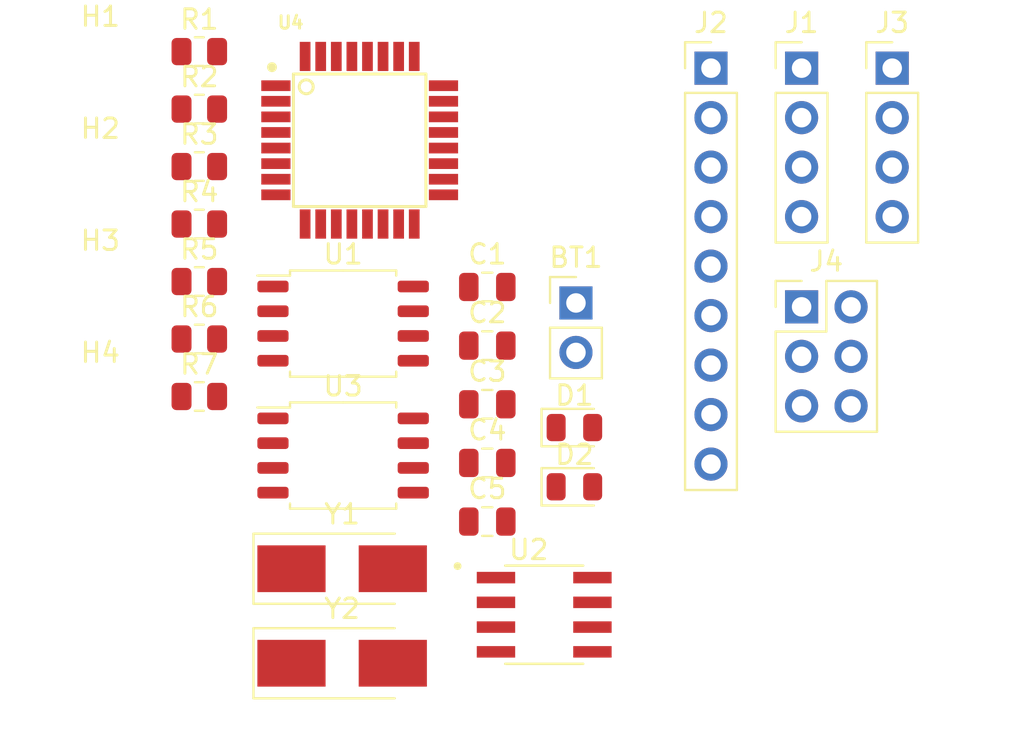
<source format=kicad_pcb>
(kicad_pcb (version 20221018) (generator pcbnew)
  (layers (0 "F.Cu" signal) (31 "B.Cu" signal) (34 "B.Paste" user) (35 "F.Paste" user) (36 "B.SilkS" user "B.Silkscreen") (37 "F.SilkS" user "F.Silkscreen") (38 "B.Mask" user) (39 "F.Mask" user) (44 "Edge.Cuts" user))
  (property "project_name" "MCU Datalogger with memory and clock")
  (net 0 "")
  (net 1 "/Vcc")
  (net 2 "GND")
  (net 3 "Net-(U4-PB6)")
  (net 4 "Net-(U4-PB7)")
  (net 5 "Net-(U4-AREF)")
  (net 6 "Net-(D1-K)")
  (net 7 "/SCK")
  (net 8 "Net-(D2-K)")
  (net 9 "/SDA")
  (net 10 "/D2")
  (net 11 "/D3")
  (net 12 "/D4")
  (net 13 "/D5")
  (net 14 "/D6")
  (net 15 "/D7")
  (net 16 "/D8")
  (net 17 "/RX")
  (net 18 "/TX")
  (net 19 "/MISO")
  (net 20 "/MOSI")
  (net 21 "/RESET")
  (net 22 "Net-(U2-~INTA)")
  (net 23 "Net-(U2-SQW{slash}~INT)")
  (net 24 "Net-(U2-X1)")
  (net 25 "Net-(U2-X2)")
  (footprint "Footprints:SOIC127P600X175-8N" (layer "F.Cu") (at 151.89 122.48)
    (fp_text reference "U2" (at -0.795 -3.332) (layer "F.SilkS"))
    (fp_text value "DS1337S+")
    (fp_line (start -2 -2.52) (end 2 -2.52) (stroke (width 0.127)) (layer "F.SilkS"))
    (fp_line (start -2 2.52) (end 2 2.52) (stroke (width 0.127)) (layer "F.SilkS"))
    (fp_circle (center -4.445 -2.495) (end -4.345 -2.495) (stroke (width 0.2)) (fill none) (layer "F.SilkS"))
    (pad "1" smd rect (at -2.475 -1.905) (size 1.97 0.59) (layers "F.Cu" "F.Paste" "F.Mask") (net 24 "Net-(U2-X1)"))
    (pad "2" smd rect (at -2.475 -0.635) (size 1.97 0.59) (layers "F.Cu" "F.Paste" "F.Mask") (net 25 "Net-(U2-X2)"))
    (pad "3" smd rect (at -2.475 0.635) (size 1.97 0.59) (layers "F.Cu" "F.Paste" "F.Mask") (net 22 "Net-(U2-~INTA)"))
    (pad "4" smd rect (at -2.475 1.905) (size 1.97 0.59) (layers "F.Cu" "F.Paste" "F.Mask") (net 2 "GND"))
    (pad "5" smd rect (at 2.475 1.905) (size 1.97 0.59) (layers "F.Cu" "F.Paste" "F.Mask") (net 9 "/SDA"))
    (pad "6" smd rect (at 2.475 0.635) (size 1.97 0.59) (layers "F.Cu" "F.Paste" "F.Mask") (net 7 "/SCK"))
    (pad "7" smd rect (at 2.475 -0.635) (size 1.97 0.59) (layers "F.Cu" "F.Paste" "F.Mask") (net 23 "Net-(U2-SQW{slash}~INT)"))
    (pad "8" smd rect (at 2.475 -1.905) (size 1.97 0.59) (layers "F.Cu" "F.Paste" "F.Mask") (net 1 "/Vcc"))
  )
  (footprint "Resistor_SMD:R_0805_2012Metric" (layer "F.Cu") (at 134.19 102.43)
    (fp_text reference "R4" (at 0 -1.65) (layer "F.SilkS"))
    (fp_text value "4.7K")
    (fp_line (start -0.227064 -0.735) (end 0.227064 -0.735) (stroke (width 0.12)) (layer "F.SilkS"))
    (fp_line (start -0.227064 0.735) (end 0.227064 0.735) (stroke (width 0.12)) (layer "F.SilkS"))
    (pad "1" smd roundrect (at -0.9125 0) (size 1.025 1.4) (layers "F.Cu" "F.Paste" "F.Mask") (roundrect_rratio 0.243902) (net 1 "/Vcc"))
    (pad "2" smd roundrect (at 0.9125 0) (size 1.025 1.4) (layers "F.Cu" "F.Paste" "F.Mask") (roundrect_rratio 0.243902) (net 9 "/SDA"))
  )
  (footprint "Resistor_SMD:R_0805_2012Metric" (layer "F.Cu") (at 134.19 93.58)
    (fp_text reference "R1" (at 0 -1.65) (layer "F.SilkS"))
    (fp_text value "10K")
    (fp_line (start -0.227064 -0.735) (end 0.227064 -0.735) (stroke (width 0.12)) (layer "F.SilkS"))
    (fp_line (start -0.227064 0.735) (end 0.227064 0.735) (stroke (width 0.12)) (layer "F.SilkS"))
    (pad "1" smd roundrect (at -0.9125 0) (size 1.025 1.4) (layers "F.Cu" "F.Paste" "F.Mask") (roundrect_rratio 0.243902) (net 1 "/Vcc"))
    (pad "2" smd roundrect (at 0.9125 0) (size 1.025 1.4) (layers "F.Cu" "F.Paste" "F.Mask") (roundrect_rratio 0.243902) (net 22 "Net-(U2-~INTA)"))
  )
  (footprint "Capacitor_SMD:C_0805_2012Metric" (layer "F.Cu") (at 148.97 108.67)
    (fp_text reference "C2" (at 0 -1.68) (layer "F.SilkS"))
    (fp_text value "22pF")
    (fp_line (start -0.261252 -0.735) (end 0.261252 -0.735) (stroke (width 0.12)) (layer "F.SilkS"))
    (fp_line (start -0.261252 0.735) (end 0.261252 0.735) (stroke (width 0.12)) (layer "F.SilkS"))
    (pad "1" smd roundrect (at -0.95 0) (size 1 1.45) (layers "F.Cu" "F.Paste" "F.Mask") (net 2 "GND"))
    (pad "2" smd roundrect (at 0.95 0) (size 1 1.45) (layers "F.Cu" "F.Paste" "F.Mask") (net 3 "Net-(U4-PB6)"))
  )
  (footprint "Capacitor_SMD:C_0805_2012Metric" (layer "F.Cu") (at 148.97 105.66)
    (fp_text reference "C1" (at 0 -1.68) (layer "F.SilkS"))
    (fp_text value "0.1uF")
    (fp_line (start -0.261252 -0.735) (end 0.261252 -0.735) (stroke (width 0.12)) (layer "F.SilkS"))
    (fp_line (start -0.261252 0.735) (end 0.261252 0.735) (stroke (width 0.12)) (layer "F.SilkS"))
    (pad "1" smd roundrect (at -0.95 0) (size 1 1.45) (layers "F.Cu" "F.Paste" "F.Mask") (net 1 "/Vcc"))
    (pad "2" smd roundrect (at 0.95 0) (size 1 1.45) (layers "F.Cu" "F.Paste" "F.Mask") (net 2 "GND"))
  )
  (footprint "Crystal:Crystal_SMD_5032-2Pin_5.0x3.2mm_HandSoldering" (layer "F.Cu") (at 141.52 124.97)
    (fp_text reference "Y2" (at 0 -2.8) (layer "F.SilkS"))
    (fp_text value "16 MHz")
    (fp_line (start -4.55 -1.8) (end -4.55 1.8) (stroke (width 0.12)) (layer "F.SilkS"))
    (fp_line (start -4.55 1.8) (end 2.7 1.8) (stroke (width 0.12)) (layer "F.SilkS"))
    (fp_line (start 2.7 -1.8) (end -4.55 -1.8) (stroke (width 0.12)) (layer "F.SilkS"))
    (pad "1" smd rect (at -2.6 0) (size 3.5 2.4) (layers "F.Cu" "F.Paste" "F.Mask") (net 4 "Net-(U4-PB7)"))
    (pad "2" smd rect (at 2.6 0) (size 3.5 2.4) (layers "F.Cu" "F.Paste" "F.Mask") (net 3 "Net-(U4-PB6)"))
  )
  (footprint "Capacitor_SMD:C_0805_2012Metric" (layer "F.Cu") (at 148.97 114.69)
    (fp_text reference "C4" (at 0 -1.68) (layer "F.SilkS"))
    (fp_text value "0.1uF")
    (fp_line (start -0.261252 -0.735) (end 0.261252 -0.735) (stroke (width 0.12)) (layer "F.SilkS"))
    (fp_line (start -0.261252 0.735) (end 0.261252 0.735) (stroke (width 0.12)) (layer "F.SilkS"))
    (pad "1" smd roundrect (at -0.95 0) (size 1 1.45) (layers "F.Cu" "F.Paste" "F.Mask") (net 2 "GND"))
    (pad "2" smd roundrect (at 0.95 0) (size 1 1.45) (layers "F.Cu" "F.Paste" "F.Mask") (net 5 "Net-(U4-AREF)"))
  )
  (footprint "MountingHole:MountingHole_2.1mm" (layer "F.Cu") (at 129.11 106.48)
    (fp_text reference "H3" (at 0 -3.2) (layer "F.SilkS"))
    (fp_text value "MountingHole")
    (pad "" np_thru_hole circle (at 0 0) (size 2.1 2.1) (drill 2.1) (layers "*.Cu" "*.Mask"))
  )
  (footprint "LED_SMD:LED_0805_2012Metric" (layer "F.Cu") (at 153.44 115.915)
    (fp_text reference "D2" (at 0 -1.65) (layer "F.SilkS"))
    (fp_text value "LED")
    (fp_line (start -1.685 -0.96) (end -1.685 0.96) (stroke (width 0.12)) (layer "F.SilkS"))
    (fp_line (start -1.685 0.96) (end 1 0.96) (stroke (width 0.12)) (layer "F.SilkS"))
    (fp_line (start 1 -0.96) (end -1.685 -0.96) (stroke (width 0.12)) (layer "F.SilkS"))
    (pad "1" smd roundrect (at -0.9375 0) (size 0.975 1.4) (layers "F.Cu" "F.Paste" "F.Mask") (net 8 "Net-(D2-K)"))
    (pad "2" smd roundrect (at 0.9375 0) (size 0.975 1.4) (layers "F.Cu" "F.Paste" "F.Mask") (net 1 "/Vcc"))
  )
  (footprint "Capacitor_SMD:C_0805_2012Metric" (layer "F.Cu") (at 148.97 117.7)
    (fp_text reference "C5" (at 0 -1.68) (layer "F.SilkS"))
    (fp_text value "100nF")
    (fp_line (start -0.261252 -0.735) (end 0.261252 -0.735) (stroke (width 0.12)) (layer "F.SilkS"))
    (fp_line (start -0.261252 0.735) (end 0.261252 0.735) (stroke (width 0.12)) (layer "F.SilkS"))
    (pad "1" smd roundrect (at -0.95 0) (size 1 1.45) (layers "F.Cu" "F.Paste" "F.Mask") (net 1 "/Vcc"))
    (pad "2" smd roundrect (at 0.95 0) (size 1 1.45) (layers "F.Cu" "F.Paste" "F.Mask") (net 2 "GND"))
  )
  (footprint "Resistor_SMD:R_0805_2012Metric" (layer "F.Cu") (at 134.19 108.33)
    (fp_text reference "R6" (at 0 -1.65) (layer "F.SilkS"))
    (fp_text value "10K")
    (fp_line (start -0.227064 -0.735) (end 0.227064 -0.735) (stroke (width 0.12)) (layer "F.SilkS"))
    (fp_line (start -0.227064 0.735) (end 0.227064 0.735) (stroke (width 0.12)) (layer "F.SilkS"))
    (pad "1" smd roundrect (at -0.9125 0) (size 1.025 1.4) (layers "F.Cu" "F.Paste" "F.Mask") (roundrect_rratio 0.243902) (net 1 "/Vcc"))
    (pad "2" smd roundrect (at 0.9125 0) (size 1.025 1.4) (layers "F.Cu" "F.Paste" "F.Mask") (roundrect_rratio 0.243902) (net 21 "/RESET"))
  )
  (footprint "Resistor_SMD:R_0805_2012Metric" (layer "F.Cu") (at 134.19 99.48)
    (fp_text reference "R3" (at 0 -1.65) (layer "F.SilkS"))
    (fp_text value "4.7K")
    (fp_line (start -0.227064 -0.735) (end 0.227064 -0.735) (stroke (width 0.12)) (layer "F.SilkS"))
    (fp_line (start -0.227064 0.735) (end 0.227064 0.735) (stroke (width 0.12)) (layer "F.SilkS"))
    (pad "1" smd roundrect (at -0.9125 0) (size 1.025 1.4) (layers "F.Cu" "F.Paste" "F.Mask") (roundrect_rratio 0.243902) (net 1 "/Vcc"))
    (pad "2" smd roundrect (at 0.9125 0) (size 1.025 1.4) (layers "F.Cu" "F.Paste" "F.Mask") (roundrect_rratio 0.243902) (net 7 "/SCK"))
  )
  (footprint "Resistor_SMD:R_0805_2012Metric" (layer "F.Cu") (at 134.19 105.38)
    (fp_text reference "R5" (at 0 -1.65) (layer "F.SilkS"))
    (fp_text value "330")
    (fp_line (start -0.227064 -0.735) (end 0.227064 -0.735) (stroke (width 0.12)) (layer "F.SilkS"))
    (fp_line (start -0.227064 0.735) (end 0.227064 0.735) (stroke (width 0.12)) (layer "F.SilkS"))
    (pad "1" smd roundrect (at -0.9125 0) (size 1.025 1.4) (layers "F.Cu" "F.Paste" "F.Mask") (roundrect_rratio 0.243902) (net 2 "GND"))
    (pad "2" smd roundrect (at 0.9125 0) (size 1.025 1.4) (layers "F.Cu" "F.Paste" "F.Mask") (roundrect_rratio 0.243902) (net 6 "Net-(D1-K)"))
  )
  (footprint "MountingHole:MountingHole_2.1mm" (layer "F.Cu") (at 129.11 100.73)
    (fp_text reference "H2" (at 0 -3.2) (layer "F.SilkS"))
    (fp_text value "MountingHole")
    (pad "" np_thru_hole circle (at 0 0) (size 2.1 2.1) (drill 2.1) (layers "*.Cu" "*.Mask"))
  )
  (footprint "Connector_PinHeader_2.54mm:PinHeader_1x02_P2.54mm_Vertical" (layer "F.Cu") (at 153.52 106.48)
    (fp_text reference "BT1" (at 0 -2.33) (layer "F.SilkS"))
    (fp_text value "Battery")
    (fp_line (start -1.33 -1.33) (end 0 -1.33) (stroke (width 0.12)) (layer "F.SilkS"))
    (fp_line (start -1.33 0) (end -1.33 -1.33) (stroke (width 0.12)) (layer "F.SilkS"))
    (fp_line (start -1.33 1.27) (end -1.33 3.87) (stroke (width 0.12)) (layer "F.SilkS"))
    (fp_line (start -1.33 1.27) (end 1.33 1.27) (stroke (width 0.12)) (layer "F.SilkS"))
    (fp_line (start -1.33 3.87) (end 1.33 3.87) (stroke (width 0.12)) (layer "F.SilkS"))
    (fp_line (start 1.33 1.27) (end 1.33 3.87) (stroke (width 0.12)) (layer "F.SilkS"))
    (pad "1" thru_hole rect (at 0 0) (size 1.7 1.7) (drill 1) (layers "*.Cu" "*.Mask") (net 1 "/Vcc"))
    (pad "2" thru_hole oval (at 0 2.54) (size 1.7 1.7) (drill 1) (layers "*.Cu" "*.Mask") (net 2 "GND"))
  )
  (footprint "Crystal:Crystal_SMD_5032-2Pin_5.0x3.2mm_HandSoldering" (layer "F.Cu") (at 141.52 120.12)
    (fp_text reference "Y1" (at 0 -2.8) (layer "F.SilkS"))
    (fp_text value "32.768 KHz")
    (fp_line (start -4.55 -1.8) (end -4.55 1.8) (stroke (width 0.12)) (layer "F.SilkS"))
    (fp_line (start -4.55 1.8) (end 2.7 1.8) (stroke (width 0.12)) (layer "F.SilkS"))
    (fp_line (start 2.7 -1.8) (end -4.55 -1.8) (stroke (width 0.12)) (layer "F.SilkS"))
    (pad "1" smd rect (at -2.6 0) (size 3.5 2.4) (layers "F.Cu" "F.Paste" "F.Mask") (net 25 "Net-(U2-X2)"))
    (pad "2" smd rect (at 2.6 0) (size 3.5 2.4) (layers "F.Cu" "F.Paste" "F.Mask") (net 24 "Net-(U2-X1)"))
  )
  (footprint "Connector_PinHeader_2.54mm:PinHeader_1x09_P2.54mm_Vertical" (layer "F.Cu") (at 160.45 94.43)
    (fp_text reference "J2" (at 0 -2.33) (layer "F.SilkS"))
    (fp_text value "Conn_01x09_Male")
    (fp_line (start -1.33 -1.33) (end 0 -1.33) (stroke (width 0.12)) (layer "F.SilkS"))
    (fp_line (start -1.33 0) (end -1.33 -1.33) (stroke (width 0.12)) (layer "F.SilkS"))
    (fp_line (start -1.33 1.27) (end -1.33 21.65) (stroke (width 0.12)) (layer "F.SilkS"))
    (fp_line (start -1.33 1.27) (end 1.33 1.27) (stroke (width 0.12)) (layer "F.SilkS"))
    (fp_line (start -1.33 21.65) (end 1.33 21.65) (stroke (width 0.12)) (layer "F.SilkS"))
    (fp_line (start 1.33 1.27) (end 1.33 21.65) (stroke (width 0.12)) (layer "F.SilkS"))
    (pad "1" thru_hole rect (at 0 0) (size 1.7 1.7) (drill 1) (layers "*.Cu" "*.Mask") (net 10 "/D2"))
    (pad "2" thru_hole oval (at 0 2.54) (size 1.7 1.7) (drill 1) (layers "*.Cu" "*.Mask") (net 11 "/D3"))
    (pad "3" thru_hole oval (at 0 5.08) (size 1.7 1.7) (drill 1) (layers "*.Cu" "*.Mask") (net 12 "/D4"))
    (pad "4" thru_hole oval (at 0 7.62) (size 1.7 1.7) (drill 1) (layers "*.Cu" "*.Mask") (net 13 "/D5"))
    (pad "5" thru_hole oval (at 0 10.16) (size 1.7 1.7) (drill 1) (layers "*.Cu" "*.Mask") (net 14 "/D6"))
    (pad "6" thru_hole oval (at 0 12.7) (size 1.7 1.7) (drill 1) (layers "*.Cu" "*.Mask") (net 15 "/D7"))
    (pad "7" thru_hole oval (at 0 15.24) (size 1.7 1.7) (drill 1) (layers "*.Cu" "*.Mask") (net 16 "/D8"))
    (pad "8" thru_hole oval (at 0 17.78) (size 1.7 1.7) (drill 1) (layers "*.Cu" "*.Mask") (net 2 "GND"))
    (pad "9" thru_hole oval (at 0 20.32) (size 1.7 1.7) (drill 1) (layers "*.Cu" "*.Mask") (net 1 "/Vcc"))
  )
  (footprint "LED_SMD:LED_0805_2012Metric" (layer "F.Cu") (at 153.44 112.875)
    (fp_text reference "D1" (at 0 -1.65) (layer "F.SilkS"))
    (fp_text value "LED")
    (fp_line (start -1.685 -0.96) (end -1.685 0.96) (stroke (width 0.12)) (layer "F.SilkS"))
    (fp_line (start -1.685 0.96) (end 1 0.96) (stroke (width 0.12)) (layer "F.SilkS"))
    (fp_line (start 1 -0.96) (end -1.685 -0.96) (stroke (width 0.12)) (layer "F.SilkS"))
    (pad "1" smd roundrect (at -0.9375 0) (size 0.975 1.4) (layers "F.Cu" "F.Paste" "F.Mask") (net 6 "Net-(D1-K)"))
    (pad "2" smd roundrect (at 0.9375 0) (size 0.975 1.4) (layers "F.Cu" "F.Paste" "F.Mask") (net 7 "/SCK"))
  )
  (footprint "Connector_PinHeader_2.54mm:PinHeader_2x03_P2.54mm_Vertical" (layer "F.Cu") (at 165.1 106.68)
    (fp_text reference "J4" (at 1.27 -2.33) (layer "F.SilkS"))
    (fp_text value "Conn_02x03_Odd_Even")
    (fp_line (start -1.33 -1.33) (end 0 -1.33) (stroke (width 0.12)) (layer "F.SilkS"))
    (fp_line (start -1.33 0) (end -1.33 -1.33) (stroke (width 0.12)) (layer "F.SilkS"))
    (fp_line (start -1.33 1.27) (end -1.33 6.41) (stroke (width 0.12)) (layer "F.SilkS"))
    (fp_line (start -1.33 1.27) (end 1.27 1.27) (stroke (width 0.12)) (layer "F.SilkS"))
    (fp_line (start -1.33 6.41) (end 3.87 6.41) (stroke (width 0.12)) (layer "F.SilkS"))
    (fp_line (start 1.27 -1.33) (end 3.87 -1.33) (stroke (width 0.12)) (layer "F.SilkS"))
    (fp_line (start 1.27 1.27) (end 1.27 -1.33) (stroke (width 0.12)) (layer "F.SilkS"))
    (fp_line (start 3.87 -1.33) (end 3.87 6.41) (stroke (width 0.12)) (layer "F.SilkS"))
    (pad "1" thru_hole rect (at 0 0) (size 1.7 1.7) (drill 1) (layers "*.Cu" "*.Mask") (net 19 "/MISO"))
    (pad "2" thru_hole oval (at 2.54 0) (size 1.7 1.7) (drill 1) (layers "*.Cu" "*.Mask") (net 1 "/Vcc"))
    (pad "3" thru_hole oval (at 0 2.54) (size 1.7 1.7) (drill 1) (layers "*.Cu" "*.Mask") (net 7 "/SCK"))
    (pad "4" thru_hole oval (at 2.54 2.54) (size 1.7 1.7) (drill 1) (layers "*.Cu" "*.Mask") (net 20 "/MOSI"))
    (pad "5" thru_hole oval (at 0 5.08) (size 1.7 1.7) (drill 1) (layers "*.Cu" "*.Mask") (net 21 "/RESET"))
    (pad "6" thru_hole oval (at 2.54 5.08) (size 1.7 1.7) (drill 1) (layers "*.Cu" "*.Mask") (net 2 "GND"))
  )
  (footprint "Package_SO:SOIC-8_5.23x5.23mm_P1.27mm" (layer "F.Cu") (at 141.57 107.54)
    (fp_text reference "U1" (at 0 -3.56) (layer "F.SilkS"))
    (fp_text value "24LC1025")
    (fp_line (start -2.725 -2.725) (end -2.725 -2.465) (stroke (width 0.12)) (layer "F.SilkS"))
    (fp_line (start -2.725 -2.465) (end -4.4 -2.465) (stroke (width 0.12)) (layer "F.SilkS"))
    (fp_line (start -2.725 2.725) (end -2.725 2.465) (stroke (width 0.12)) (layer "F.SilkS"))
    (fp_line (start 0 -2.725) (end -2.725 -2.725) (stroke (width 0.12)) (layer "F.SilkS"))
    (fp_line (start 0 -2.725) (end 2.725 -2.725) (stroke (width 0.12)) (layer "F.SilkS"))
    (fp_line (start 0 2.725) (end -2.725 2.725) (stroke (width 0.12)) (layer "F.SilkS"))
    (fp_line (start 0 2.725) (end 2.725 2.725) (stroke (width 0.12)) (layer "F.SilkS"))
    (fp_line (start 2.725 -2.725) (end 2.725 -2.465) (stroke (width 0.12)) (layer "F.SilkS"))
    (fp_line (start 2.725 2.725) (end 2.725 2.465) (stroke (width 0.12)) (layer "F.SilkS"))
    (pad "1" smd roundrect (at -3.6 -1.905) (size 1.6 0.6) (layers "F.Cu" "F.Paste" "F.Mask") (net 1 "/Vcc"))
    (pad "2" smd roundrect (at -3.6 -0.635) (size 1.6 0.6) (layers "F.Cu" "F.Paste" "F.Mask") (net 1 "/Vcc"))
    (pad "3" smd roundrect (at -3.6 0.635) (size 1.6 0.6) (layers "F.Cu" "F.Paste" "F.Mask") (net 1 "/Vcc"))
    (pad "4" smd roundrect (at -3.6 1.905) (size 1.6 0.6) (layers "F.Cu" "F.Paste" "F.Mask") (net 2 "GND"))
    (pad "5" smd roundrect (at 3.6 1.905) (size 1.6 0.6) (layers "F.Cu" "F.Paste" "F.Mask") (net 9 "/SDA"))
    (pad "6" smd roundrect (at 3.6 0.635) (size 1.6 0.6) (layers "F.Cu" "F.Paste" "F.Mask") (net 7 "/SCK"))
    (pad "7" smd roundrect (at 3.6 -0.635) (size 1.6 0.6) (layers "F.Cu" "F.Paste" "F.Mask") (net 2 "GND"))
    (pad "8" smd roundrect (at 3.6 -1.905) (size 1.6 0.6) (layers "F.Cu" "F.Paste" "F.Mask") (net 1 "/Vcc"))
  )
  (footprint "Connector_PinHeader_2.54mm:PinHeader_1x04_P2.54mm_Vertical" (layer "F.Cu") (at 169.75 94.43)
    (fp_text reference "J3" (at 0 -2.33) (layer "F.SilkS"))
    (fp_text value "Conn_01x04_Male")
    (fp_line (start -1.33 -1.33) (end 0 -1.33) (stroke (width 0.12)) (layer "F.SilkS"))
    (fp_line (start -1.33 0) (end -1.33 -1.33) (stroke (width 0.12)) (layer "F.SilkS"))
    (fp_line (start -1.33 1.27) (end -1.33 8.95) (stroke (width 0.12)) (layer "F.SilkS"))
    (fp_line (start -1.33 1.27) (end 1.33 1.27) (stroke (width 0.12)) (layer "F.SilkS"))
    (fp_line (start -1.33 8.95) (end 1.33 8.95) (stroke (width 0.12)) (layer "F.SilkS"))
    (fp_line (start 1.33 1.27) (end 1.33 8.95) (stroke (width 0.12)) (layer "F.SilkS"))
    (pad "1" thru_hole rect (at 0 0) (size 1.7 1.7) (drill 1) (layers "*.Cu" "*.Mask") (net 2 "GND"))
    (pad "2" thru_hole oval (at 0 2.54) (size 1.7 1.7) (drill 1) (layers "*.Cu" "*.Mask") (net 1 "/Vcc"))
    (pad "3" thru_hole oval (at 0 5.08) (size 1.7 1.7) (drill 1) (layers "*.Cu" "*.Mask") (net 17 "/RX"))
    (pad "4" thru_hole oval (at 0 7.62) (size 1.7 1.7) (drill 1) (layers "*.Cu" "*.Mask") (net 18 "/TX"))
  )
  (footprint "Connector_PinHeader_2.54mm:PinHeader_1x04_P2.54mm_Vertical" (layer "F.Cu") (at 165.1 94.43)
    (fp_text reference "J1" (at 0 -2.33) (layer "F.SilkS"))
    (fp_text value "Conn_01x04_Male")
    (fp_line (start -1.33 -1.33) (end 0 -1.33) (stroke (width 0.12)) (layer "F.SilkS"))
    (fp_line (start -1.33 0) (end -1.33 -1.33) (stroke (width 0.12)) (layer "F.SilkS"))
    (fp_line (start -1.33 1.27) (end -1.33 8.95) (stroke (width 0.12)) (layer "F.SilkS"))
    (fp_line (start -1.33 1.27) (end 1.33 1.27) (stroke (width 0.12)) (layer "F.SilkS"))
    (fp_line (start -1.33 8.95) (end 1.33 8.95) (stroke (width 0.12)) (layer "F.SilkS"))
    (fp_line (start 1.33 1.27) (end 1.33 8.95) (stroke (width 0.12)) (layer "F.SilkS"))
    (pad "1" thru_hole rect (at 0 0) (size 1.7 1.7) (drill 1) (layers "*.Cu" "*.Mask") (net 2 "GND"))
    (pad "2" thru_hole oval (at 0 2.54) (size 1.7 1.7) (drill 1) (layers "*.Cu" "*.Mask") (net 1 "/Vcc"))
    (pad "3" thru_hole oval (at 0 5.08) (size 1.7 1.7) (drill 1) (layers "*.Cu" "*.Mask") (net 9 "/SDA"))
    (pad "4" thru_hole oval (at 0 7.62) (size 1.7 1.7) (drill 1) (layers "*.Cu" "*.Mask") (net 7 "/SCK"))
  )
  (footprint "Package_SO:SOIC-8_5.23x5.23mm_P1.27mm" (layer "F.Cu") (at 141.57 114.31)
    (fp_text reference "U3" (at 0 -3.56) (layer "F.SilkS"))
    (fp_text value "24LC1025")
    (fp_line (start -2.725 -2.725) (end -2.725 -2.465) (stroke (width 0.12)) (layer "F.SilkS"))
    (fp_line (start -2.725 -2.465) (end -4.4 -2.465) (stroke (width 0.12)) (layer "F.SilkS"))
    (fp_line (start -2.725 2.725) (end -2.725 2.465) (stroke (width 0.12)) (layer "F.SilkS"))
    (fp_line (start 0 -2.725) (end -2.725 -2.725) (stroke (width 0.12)) (layer "F.SilkS"))
    (fp_line (start 0 -2.725) (end 2.725 -2.725) (stroke (width 0.12)) (layer "F.SilkS"))
    (fp_line (start 0 2.725) (end -2.725 2.725) (stroke (width 0.12)) (layer "F.SilkS"))
    (fp_line (start 0 2.725) (end 2.725 2.725) (stroke (width 0.12)) (layer "F.SilkS"))
    (fp_line (start 2.725 -2.725) (end 2.725 -2.465) (stroke (width 0.12)) (layer "F.SilkS"))
    (fp_line (start 2.725 2.725) (end 2.725 2.465) (stroke (width 0.12)) (layer "F.SilkS"))
    (pad "1" smd roundrect (at -3.6 -1.905) (size 1.6 0.6) (layers "F.Cu" "F.Paste" "F.Mask") (net 1 "/Vcc"))
    (pad "2" smd roundrect (at -3.6 -0.635) (size 1.6 0.6) (layers "F.Cu" "F.Paste" "F.Mask") (net 2 "GND"))
    (pad "3" smd roundrect (at -3.6 0.635) (size 1.6 0.6) (layers "F.Cu" "F.Paste" "F.Mask") (net 1 "/Vcc"))
    (pad "4" smd roundrect (at -3.6 1.905) (size 1.6 0.6) (layers "F.Cu" "F.Paste" "F.Mask") (net 2 "GND"))
    (pad "5" smd roundrect (at 3.6 1.905) (size 1.6 0.6) (layers "F.Cu" "F.Paste" "F.Mask") (net 9 "/SDA"))
    (pad "6" smd roundrect (at 3.6 0.635) (size 1.6 0.6) (layers "F.Cu" "F.Paste" "F.Mask") (net 7 "/SCK"))
    (pad "7" smd roundrect (at 3.6 -0.635) (size 1.6 0.6) (layers "F.Cu" "F.Paste" "F.Mask") (net 2 "GND"))
    (pad "8" smd roundrect (at 3.6 -1.905) (size 1.6 0.6) (layers "F.Cu" "F.Paste" "F.Mask") (net 1 "/Vcc"))
  )
  (footprint "Resistor_SMD:R_0805_2012Metric" (layer "F.Cu") (at 134.19 96.53)
    (fp_text reference "R2" (at 0 -1.65) (layer "F.SilkS"))
    (fp_text value "10K")
    (fp_line (start -0.227064 -0.735) (end 0.227064 -0.735) (stroke (width 0.12)) (layer "F.SilkS"))
    (fp_line (start -0.227064 0.735) (end 0.227064 0.735) (stroke (width 0.12)) (layer "F.SilkS"))
    (pad "1" smd roundrect (at -0.9125 0) (size 1.025 1.4) (layers "F.Cu" "F.Paste" "F.Mask") (roundrect_rratio 0.243902) (net 1 "/Vcc"))
    (pad "2" smd roundrect (at 0.9125 0) (size 1.025 1.4) (layers "F.Cu" "F.Paste" "F.Mask") (roundrect_rratio 0.243902) (net 23 "Net-(U2-SQW{slash}~INT)"))
  )
  (footprint "Footprints:QFP80P900X900X120-32N" (layer "F.Cu") (at 142.42 98.13)
    (fp_text reference "U4" (at -3.543445 -6.038067) (layer "F.SilkS") (effects (font (size 0.641239 0.641239))))
    (fp_text value "ATMEGA328P-AU")
    (fp_line (start -3.4 -3.4) (end 3.4 -3.4) (stroke (width 0.1524)) (layer "F.SilkS"))
    (fp_line (start -3.4 3.4) (end -3.4 -3.4) (stroke (width 0.1524)) (layer "F.SilkS"))
    (fp_line (start 3.4 -3.4) (end 3.4 3.4) (stroke (width 0.1524)) (layer "F.SilkS"))
    (fp_line (start 3.4 3.4) (end -3.4 3.4) (stroke (width 0.1524)) (layer "F.SilkS"))
    (fp_circle (center -4.5 -3.75) (end -4.246 -3.75) (fill solid) (layer "F.SilkS"))
    (fp_circle (center -2.7432 -2.7432) (end -2.384 -2.7432) (stroke (width 0.1524)) (fill none) (layer "F.SilkS"))
    (pad "1" smd rect (at -4.3 -2.8) (size 1.5 0.55) (layers "F.Cu" "F.Paste" "F.Mask") (net 11 "/D3"))
    (pad "2" smd rect (at -4.3 -2) (size 1.5 0.55) (layers "F.Cu" "F.Paste" "F.Mask") (net 12 "/D4"))
    (pad "3" smd rect (at -4.3 -1.2) (size 1.5 0.55) (layers "F.Cu" "F.Paste" "F.Mask") (net 2 "GND"))
    (pad "4" smd rect (at -4.3 -0.4) (size 1.5 0.55) (layers "F.Cu" "F.Paste" "F.Mask") (net 1 "/Vcc"))
    (pad "5" smd rect (at -4.3 0.4) (size 1.5 0.55) (layers "F.Cu" "F.Paste" "F.Mask") (net 2 "GND"))
    (pad "6" smd rect (at -4.3 1.2) (size 1.5 0.55) (layers "F.Cu" "F.Paste" "F.Mask"))
    (pad "7" smd rect (at -4.3 2) (size 1.5 0.55) (layers "F.Cu" "F.Paste" "F.Mask") (net 3 "Net-(U4-PB6)"))
    (pad "8" smd rect (at -4.3 2.8) (size 1.5 0.55) (layers "F.Cu" "F.Paste" "F.Mask") (net 4 "Net-(U4-PB7)"))
    (pad "9" smd rect (at -2.8 4.3) (size 0.55 1.5) (layers "F.Cu" "F.Paste" "F.Mask") (net 13 "/D5"))
    (pad "10" smd rect (at -2 4.3) (size 0.55 1.5) (layers "F.Cu" "F.Paste" "F.Mask") (net 14 "/D6"))
    (pad "11" smd rect (at -1.2 4.3) (size 0.55 1.5) (layers "F.Cu" "F.Paste" "F.Mask") (net 15 "/D7"))
    (pad "12" smd rect (at -0.4 4.3) (size 0.55 1.5) (layers "F.Cu" "F.Paste" "F.Mask") (net 16 "/D8"))
    (pad "13" smd rect (at 0.4 4.3) (size 0.55 1.5) (layers "F.Cu" "F.Paste" "F.Mask"))
    (pad "14" smd rect (at 1.2 4.3) (size 0.55 1.5) (layers "F.Cu" "F.Paste" "F.Mask"))
    (pad "15" smd rect (at 2 4.3) (size 0.55 1.5) (layers "F.Cu" "F.Paste" "F.Mask") (net 20 "/MOSI"))
    (pad "16" smd rect (at 2.8 4.3) (size 0.55 1.5) (layers "F.Cu" "F.Paste" "F.Mask") (net 19 "/MISO"))
    (pad "17" smd rect (at 4.3 2.8) (size 1.5 0.55) (layers "F.Cu" "F.Paste" "F.Mask") (net 7 "/SCK"))
    (pad "18" smd rect (at 4.3 2) (size 1.5 0.55) (layers "F.Cu" "F.Paste" "F.Mask") (net 1 "/Vcc"))
    (pad "19" smd rect (at 4.3 1.2) (size 1.5 0.55) (layers "F.Cu" "F.Paste" "F.Mask"))
    (pad "20" smd rect (at 4.3 0.4) (size 1.5 0.55) (layers "F.Cu" "F.Paste" "F.Mask") (net 5 "Net-(U4-AREF)"))
    (pad "21" smd rect (at 4.3 -0.4) (size 1.5 0.55) (layers "F.Cu" "F.Paste" "F.Mask") (net 2 "GND"))
    (pad "22" smd rect (at 4.3 -1.2) (size 1.5 0.55) (layers "F.Cu" "F.Paste" "F.Mask"))
    (pad "23" smd rect (at 4.3 -2) (size 1.5 0.55) (layers "F.Cu" "F.Paste" "F.Mask"))
    (pad "24" smd rect (at 4.3 -2.8) (size 1.5 0.55) (layers "F.Cu" "F.Paste" "F.Mask"))
    (pad "25" smd rect (at 2.8 -4.3) (size 0.55 1.5) (layers "F.Cu" "F.Paste" "F.Mask"))
    (pad "26" smd rect (at 2 -4.3) (size 0.55 1.5) (layers "F.Cu" "F.Paste" "F.Mask"))
    (pad "27" smd rect (at 1.2 -4.3) (size 0.55 1.5) (layers "F.Cu" "F.Paste" "F.Mask") (net 9 "/SDA"))
    (pad "28" smd rect (at 0.4 -4.3) (size 0.55 1.5) (layers "F.Cu" "F.Paste" "F.Mask") (net 7 "/SCK"))
    (pad "29" smd rect (at -0.4 -4.3) (size 0.55 1.5) (layers "F.Cu" "F.Paste" "F.Mask") (net 21 "/RESET"))
    (pad "30" smd rect (at -1.2 -4.3) (size 0.55 1.5) (layers "F.Cu" "F.Paste" "F.Mask") (net 17 "/RX"))
    (pad "31" smd rect (at -2 -4.3) (size 0.55 1.5) (layers "F.Cu" "F.Paste" "F.Mask") (net 18 "/TX"))
    (pad "32" smd rect (at -2.8 -4.3) (size 0.55 1.5) (layers "F.Cu" "F.Paste" "F.Mask") (net 10 "/D2"))
  )
  (footprint "Resistor_SMD:R_0805_2012Metric" (layer "F.Cu") (at 134.19 111.28)
    (fp_text reference "R7" (at 0 -1.65) (layer "F.SilkS"))
    (fp_text value "330")
    (fp_line (start -0.227064 -0.735) (end 0.227064 -0.735) (stroke (width 0.12)) (layer "F.SilkS"))
    (fp_line (start -0.227064 0.735) (end 0.227064 0.735) (stroke (width 0.12)) (layer "F.SilkS"))
    (pad "1" smd roundrect (at -0.9125 0) (size 1.025 1.4) (layers "F.Cu" "F.Paste" "F.Mask") (roundrect_rratio 0.243902) (net 8 "Net-(D2-K)"))
    (pad "2" smd roundrect (at 0.9125 0) (size 1.025 1.4) (layers "F.Cu" "F.Paste" "F.Mask") (roundrect_rratio 0.243902) (net 2 "GND"))
  )
  (footprint "MountingHole:MountingHole_2.1mm" (layer "F.Cu") (at 129.11 112.23)
    (fp_text reference "H4" (at 0 -3.2) (layer "F.SilkS"))
    (fp_text value "MountingHole")
    (pad "" np_thru_hole circle (at 0 0) (size 2.1 2.1) (drill 2.1) (layers "*.Cu" "*.Mask"))
  )
  (footprint "Capacitor_SMD:C_0805_2012Metric" (layer "F.Cu") (at 148.97 111.68)
    (fp_text reference "C3" (at 0 -1.68) (layer "F.SilkS"))
    (fp_text value "22pF")
    (fp_line (start -0.261252 -0.735) (end 0.261252 -0.735) (stroke (width 0.12)) (layer "F.SilkS"))
    (fp_line (start -0.261252 0.735) (end 0.261252 0.735) (stroke (width 0.12)) (layer "F.SilkS"))
    (pad "1" smd roundrect (at -0.95 0) (size 1 1.45) (layers "F.Cu" "F.Paste" "F.Mask") (net 2 "GND"))
    (pad "2" smd roundrect (at 0.95 0) (size 1 1.45) (layers "F.Cu" "F.Paste" "F.Mask") (net 4 "Net-(U4-PB7)"))
  )
  (footprint "MountingHole:MountingHole_2.1mm" (layer "F.Cu") (at 129.11 94.98)
    (fp_text reference "H1" (at 0 -3.2) (layer "F.SilkS"))
    (fp_text value "MountingHole")
    (pad "" np_thru_hole circle (at 0 0) (size 2.1 2.1) (drill 2.1) (layers "*.Cu" "*.Mask"))
  )
)
</source>
